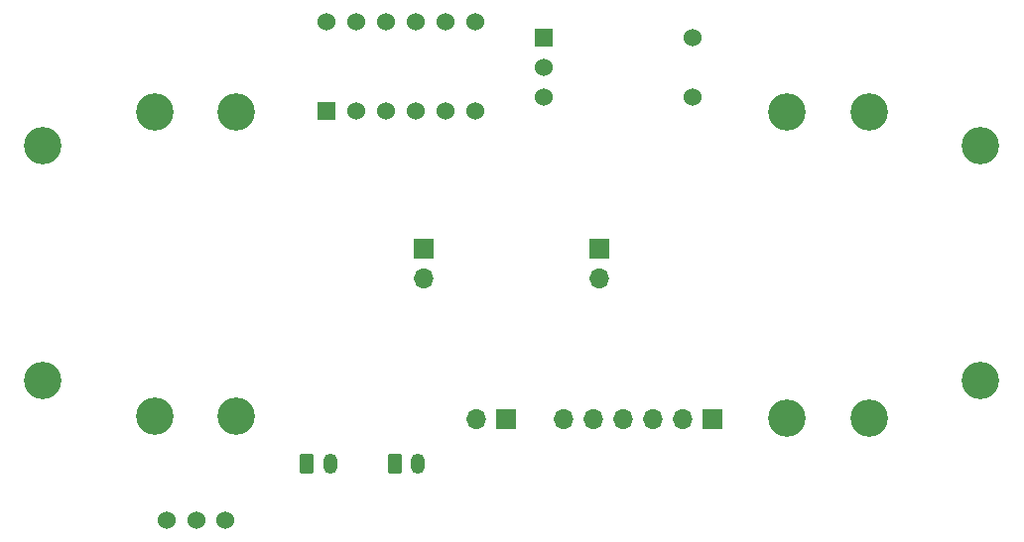
<source format=gbr>
%TF.GenerationSoftware,KiCad,Pcbnew,8.0.6*%
%TF.CreationDate,2024-12-12T22:55:36+09:00*%
%TF.ProjectId,basic_motor,62617369-635f-46d6-9f74-6f722e6b6963,rev?*%
%TF.SameCoordinates,Original*%
%TF.FileFunction,Soldermask,Bot*%
%TF.FilePolarity,Negative*%
%FSLAX46Y46*%
G04 Gerber Fmt 4.6, Leading zero omitted, Abs format (unit mm)*
G04 Created by KiCad (PCBNEW 8.0.6) date 2024-12-12 22:55:36*
%MOMM*%
%LPD*%
G01*
G04 APERTURE LIST*
G04 Aperture macros list*
%AMRoundRect*
0 Rectangle with rounded corners*
0 $1 Rounding radius*
0 $2 $3 $4 $5 $6 $7 $8 $9 X,Y pos of 4 corners*
0 Add a 4 corners polygon primitive as box body*
4,1,4,$2,$3,$4,$5,$6,$7,$8,$9,$2,$3,0*
0 Add four circle primitives for the rounded corners*
1,1,$1+$1,$2,$3*
1,1,$1+$1,$4,$5*
1,1,$1+$1,$6,$7*
1,1,$1+$1,$8,$9*
0 Add four rect primitives between the rounded corners*
20,1,$1+$1,$2,$3,$4,$5,0*
20,1,$1+$1,$4,$5,$6,$7,0*
20,1,$1+$1,$6,$7,$8,$9,0*
20,1,$1+$1,$8,$9,$2,$3,0*%
G04 Aperture macros list end*
%ADD10C,3.200000*%
%ADD11R,1.700000X1.700000*%
%ADD12O,1.700000X1.700000*%
%ADD13R,1.524000X1.524000*%
%ADD14C,1.524000*%
%ADD15RoundRect,0.250000X-0.350000X-0.625000X0.350000X-0.625000X0.350000X0.625000X-0.350000X0.625000X0*%
%ADD16O,1.200000X1.750000*%
G04 APERTURE END LIST*
D10*
%TO.C,REF\u002A\u002A*%
X105000000Y-85000000D03*
%TD*%
%TO.C,REF\u002A\u002A*%
X114500000Y-62100000D03*
%TD*%
%TO.C,REF\u002A\u002A*%
X121500000Y-88100000D03*
%TD*%
%TO.C,REF\u002A\u002A*%
X185000000Y-85000000D03*
%TD*%
D11*
%TO.C,J3*%
X144500000Y-88325000D03*
D12*
X141960000Y-88325000D03*
%TD*%
D10*
%TO.C,REF\u002A\u002A*%
X168500000Y-88200000D03*
%TD*%
D13*
%TO.C,U2*%
X129200000Y-62000000D03*
D14*
X131740000Y-62000000D03*
X134280000Y-62000000D03*
X136820000Y-62000000D03*
X139360000Y-62000000D03*
X141900000Y-62000000D03*
X129200000Y-54380000D03*
X131740000Y-54380000D03*
X134260000Y-54380000D03*
X136830000Y-54380000D03*
X139360000Y-54380000D03*
X141890000Y-54380000D03*
%TD*%
D10*
%TO.C,REF\u002A\u002A*%
X185000000Y-65000000D03*
%TD*%
D13*
%TO.C,U1*%
X147750000Y-55760000D03*
D14*
X147750000Y-58300000D03*
X147750000Y-60840000D03*
X160450000Y-55760000D03*
X160450000Y-60840000D03*
%TD*%
D10*
%TO.C,REF\u002A\u002A*%
X114500000Y-88100000D03*
%TD*%
%TO.C,REF\u002A\u002A*%
X105000000Y-65000000D03*
%TD*%
D11*
%TO.C,J5*%
X137500000Y-73725000D03*
D12*
X137500000Y-76265000D03*
%TD*%
D14*
%TO.C,SW1*%
X115570000Y-96960000D03*
X120560000Y-96960000D03*
X118060000Y-96960000D03*
%TD*%
D15*
%TO.C,J2*%
X127500000Y-92150000D03*
D16*
X129500000Y-92150000D03*
%TD*%
D10*
%TO.C,REF\u002A\u002A*%
X175500000Y-88200000D03*
%TD*%
D11*
%TO.C,J4*%
X162080000Y-88325000D03*
D12*
X159540000Y-88325000D03*
X157000000Y-88325000D03*
X154460000Y-88325000D03*
X151920000Y-88325000D03*
X149380000Y-88325000D03*
%TD*%
D15*
%TO.C,J1*%
X135000000Y-92150000D03*
D16*
X137000000Y-92150000D03*
%TD*%
D10*
%TO.C,REF\u002A\u002A*%
X175500000Y-62100000D03*
%TD*%
%TO.C,REF\u002A\u002A*%
X168500000Y-62100000D03*
%TD*%
D11*
%TO.C,J6*%
X152500000Y-73725000D03*
D12*
X152500000Y-76265000D03*
%TD*%
D10*
%TO.C,REF\u002A\u002A*%
X121500000Y-62100000D03*
%TD*%
M02*

</source>
